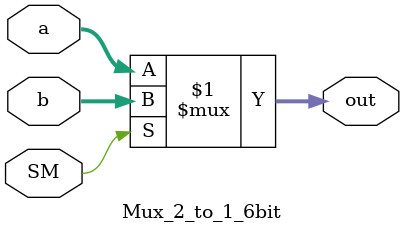
<source format=v>
module Mux_2_to_1_6bit
(
    input SM,
    input [5:0] a,
    input [5:0] b,
    output [5:0] out
);
    assign out = (SM) ? b : a ;
endmodule
</source>
